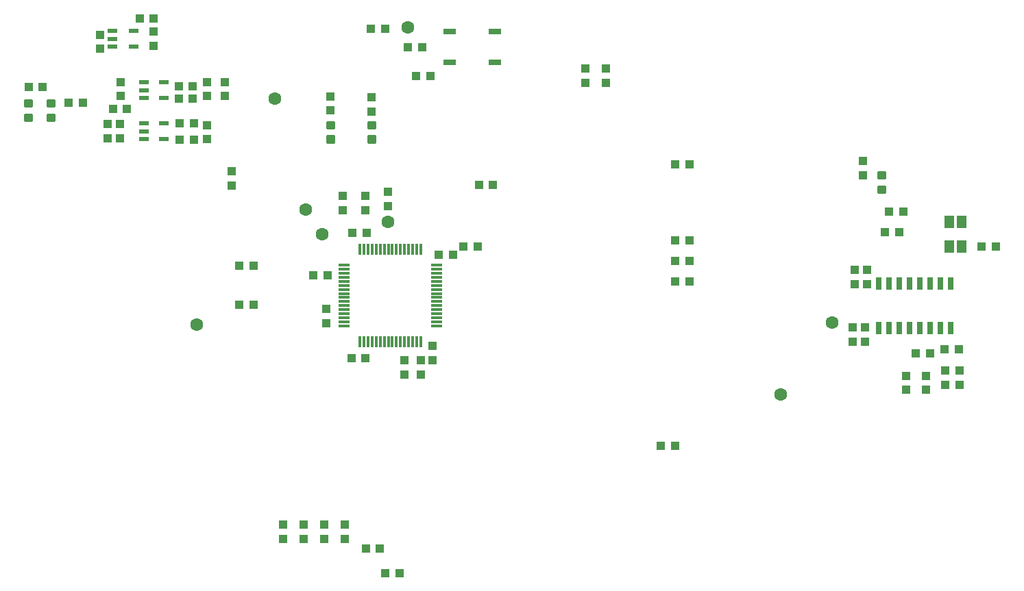
<source format=gtp>
G04 EAGLE Gerber RS-274X export*
G04 #@! %TF.Part,Single*
G04 #@! %TF.FileFunction,Paste,Top*
G04 #@! %TF.FilePolarity,Positive*
G04 #@! %TF.GenerationSoftware,Autodesk,EAGLE,9.6.2*
G04 #@! %TF.CreationDate,2022-03-11T18:21:18Z*
G75*
%MOMM*%
%FSLAX34Y34*%
%LPD*%
%INSolderpaste Top*%
%IPPOS*%
%AMOC8*
5,1,8,0,0,1.08239X$1,22.5*%
G01*
%ADD10R,1.100000X1.000000*%
%ADD11R,1.000000X1.100000*%
%ADD12R,1.475000X0.300000*%
%ADD13R,0.300000X1.475000*%
%ADD14R,1.150000X0.600000*%
%ADD15R,0.700000X1.525000*%
%ADD16C,0.300000*%
%ADD17R,1.524000X0.762000*%
%ADD18R,1.168400X1.600200*%
%ADD19C,1.600000*%
%ADD20R,1.200000X0.550000*%


D10*
X152790Y624840D03*
X169790Y624840D03*
D11*
X146050Y605400D03*
X146050Y588400D03*
X513080Y313300D03*
X513080Y296300D03*
X533400Y313300D03*
X533400Y296300D03*
D10*
X489340Y50800D03*
X506340Y50800D03*
X465210Y81280D03*
X482210Y81280D03*
D11*
X1066800Y353940D03*
X1066800Y336940D03*
X1082040Y353940D03*
X1082040Y336940D03*
D10*
X1144660Y322580D03*
X1161660Y322580D03*
X517280Y701040D03*
X534280Y701040D03*
X1180220Y327660D03*
X1197220Y327660D03*
D11*
X290830Y657470D03*
X290830Y640470D03*
X137160Y698890D03*
X137160Y715890D03*
X299720Y546980D03*
X299720Y529980D03*
X203200Y719700D03*
X203200Y702700D03*
D10*
X464430Y316230D03*
X447430Y316230D03*
D11*
X547370Y331080D03*
X547370Y314080D03*
D10*
X555380Y444500D03*
X572380Y444500D03*
X448700Y471170D03*
X465700Y471170D03*
D11*
X269240Y657470D03*
X269240Y640470D03*
D10*
X309000Y382270D03*
X326000Y382270D03*
X309000Y430530D03*
X326000Y430530D03*
X251070Y637540D03*
X234070Y637540D03*
D11*
X162560Y657470D03*
X162560Y640470D03*
X161290Y605400D03*
X161290Y588400D03*
X416560Y359800D03*
X416560Y376800D03*
X269240Y604130D03*
X269240Y587130D03*
D10*
X252340Y586740D03*
X235340Y586740D03*
D12*
X437920Y431200D03*
X437920Y426200D03*
X437920Y421200D03*
X437920Y416200D03*
X437920Y411200D03*
X437920Y406200D03*
X437920Y401200D03*
X437920Y396200D03*
X437920Y391200D03*
X437920Y386200D03*
X437920Y381200D03*
X437920Y376200D03*
X437920Y371200D03*
X437920Y366200D03*
X437920Y361200D03*
X437920Y356200D03*
D13*
X457800Y336320D03*
X462800Y336320D03*
X467800Y336320D03*
X472800Y336320D03*
X477800Y336320D03*
X482800Y336320D03*
X487800Y336320D03*
X492800Y336320D03*
X497800Y336320D03*
X502800Y336320D03*
X507800Y336320D03*
X512800Y336320D03*
X517800Y336320D03*
X522800Y336320D03*
X527800Y336320D03*
X532800Y336320D03*
D12*
X552680Y356200D03*
X552680Y361200D03*
X552680Y366200D03*
X552680Y371200D03*
X552680Y376200D03*
X552680Y381200D03*
X552680Y386200D03*
X552680Y391200D03*
X552680Y396200D03*
X552680Y401200D03*
X552680Y406200D03*
X552680Y411200D03*
X552680Y416200D03*
X552680Y421200D03*
X552680Y426200D03*
X552680Y431200D03*
D13*
X532800Y451080D03*
X527800Y451080D03*
X522800Y451080D03*
X517800Y451080D03*
X512800Y451080D03*
X507800Y451080D03*
X502800Y451080D03*
X497800Y451080D03*
X492800Y451080D03*
X487800Y451080D03*
X482800Y451080D03*
X477800Y451080D03*
X472800Y451080D03*
X467800Y451080D03*
X462800Y451080D03*
X457800Y451080D03*
D14*
X190700Y657200D03*
X190700Y647700D03*
X190700Y638200D03*
X215700Y638200D03*
X215700Y657200D03*
X190700Y606400D03*
X190700Y596900D03*
X190700Y587400D03*
X215700Y587400D03*
X215700Y606400D03*
D15*
X1098550Y353880D03*
X1111250Y353880D03*
X1123950Y353880D03*
X1136650Y353880D03*
X1149350Y353880D03*
X1162050Y353880D03*
X1174750Y353880D03*
X1187450Y353880D03*
X1187450Y408120D03*
X1174750Y408120D03*
X1162050Y408120D03*
X1149350Y408120D03*
X1136650Y408120D03*
X1123950Y408120D03*
X1111250Y408120D03*
X1098550Y408120D03*
D16*
X51760Y617030D02*
X44760Y617030D01*
X51760Y617030D02*
X51760Y610030D01*
X44760Y610030D01*
X44760Y617030D01*
X44760Y612880D02*
X51760Y612880D01*
X51760Y615730D02*
X44760Y615730D01*
X44760Y634570D02*
X51760Y634570D01*
X51760Y627570D01*
X44760Y627570D01*
X44760Y634570D01*
X44760Y630420D02*
X51760Y630420D01*
X51760Y633270D02*
X44760Y633270D01*
X72700Y617030D02*
X79700Y617030D01*
X79700Y610030D01*
X72700Y610030D01*
X72700Y617030D01*
X72700Y612880D02*
X79700Y612880D01*
X79700Y615730D02*
X72700Y615730D01*
X72700Y634570D02*
X79700Y634570D01*
X79700Y627570D01*
X72700Y627570D01*
X72700Y634570D01*
X72700Y630420D02*
X79700Y630420D01*
X79700Y633270D02*
X72700Y633270D01*
X468940Y590360D02*
X475940Y590360D01*
X475940Y583360D01*
X468940Y583360D01*
X468940Y590360D01*
X468940Y586210D02*
X475940Y586210D01*
X475940Y589060D02*
X468940Y589060D01*
X468940Y607900D02*
X475940Y607900D01*
X475940Y600900D01*
X468940Y600900D01*
X468940Y607900D01*
X468940Y603750D02*
X475940Y603750D01*
X475940Y606600D02*
X468940Y606600D01*
X425140Y590360D02*
X418140Y590360D01*
X425140Y590360D02*
X425140Y583360D01*
X418140Y583360D01*
X418140Y590360D01*
X418140Y586210D02*
X425140Y586210D01*
X425140Y589060D02*
X418140Y589060D01*
X418140Y607900D02*
X425140Y607900D01*
X425140Y600900D01*
X418140Y600900D01*
X418140Y607900D01*
X418140Y603750D02*
X425140Y603750D01*
X425140Y606600D02*
X418140Y606600D01*
X1098860Y528130D02*
X1105860Y528130D01*
X1105860Y521130D01*
X1098860Y521130D01*
X1098860Y528130D01*
X1098860Y523980D02*
X1105860Y523980D01*
X1105860Y526830D02*
X1098860Y526830D01*
X1098860Y545670D02*
X1105860Y545670D01*
X1105860Y538670D01*
X1098860Y538670D01*
X1098860Y545670D01*
X1098860Y541520D02*
X1105860Y541520D01*
X1105860Y544370D02*
X1098860Y544370D01*
D11*
X585860Y454660D03*
X602860Y454660D03*
X846700Y208280D03*
X829700Y208280D03*
D10*
X492760Y504580D03*
X492760Y521580D03*
D11*
X471560Y723900D03*
X488560Y723900D03*
X544440Y665480D03*
X527440Y665480D03*
X48650Y651510D03*
X65650Y651510D03*
X115180Y632460D03*
X98180Y632460D03*
X185810Y736600D03*
X202810Y736600D03*
X621910Y530860D03*
X604910Y530860D03*
D10*
X472440Y621420D03*
X472440Y638420D03*
X421640Y622690D03*
X421640Y639690D03*
X1079500Y559680D03*
X1079500Y542680D03*
D11*
X1242940Y454660D03*
X1225940Y454660D03*
X400440Y419100D03*
X417440Y419100D03*
D10*
X1132840Y294250D03*
X1132840Y277250D03*
X436880Y516500D03*
X436880Y499500D03*
X464820Y516500D03*
X464820Y499500D03*
D11*
X1123560Y472440D03*
X1106560Y472440D03*
X1128640Y497840D03*
X1111640Y497840D03*
X251070Y652780D03*
X234070Y652780D03*
X252340Y607060D03*
X235340Y607060D03*
D10*
X1156970Y277250D03*
X1156970Y294250D03*
D11*
X847480Y462280D03*
X864480Y462280D03*
D10*
X1181100Y300600D03*
X1181100Y283600D03*
X1198880Y300600D03*
X1198880Y283600D03*
D11*
X864480Y556260D03*
X847480Y556260D03*
D17*
X568960Y720090D03*
X624840Y720090D03*
X568960Y681990D03*
X624840Y681990D03*
D18*
X1186180Y454660D03*
X1201420Y454660D03*
X1186180Y485140D03*
X1201420Y485140D03*
D19*
X977900Y271780D03*
X391160Y500380D03*
X411480Y469900D03*
X492760Y485140D03*
X516890Y725170D03*
X353060Y637540D03*
X256540Y358140D03*
X1041400Y360680D03*
D20*
X152099Y720700D03*
X152099Y711200D03*
X152099Y701700D03*
X178101Y701700D03*
X178101Y720700D03*
D11*
X847480Y436880D03*
X864480Y436880D03*
X847480Y411480D03*
X864480Y411480D03*
X1084580Y408060D03*
X1084580Y425060D03*
X1069340Y408060D03*
X1069340Y425060D03*
D10*
X363220Y93100D03*
X363220Y110100D03*
X388620Y93100D03*
X388620Y110100D03*
X414020Y93100D03*
X414020Y110100D03*
X439420Y93100D03*
X439420Y110100D03*
X736600Y673980D03*
X736600Y656980D03*
X762000Y673980D03*
X762000Y656980D03*
M02*

</source>
